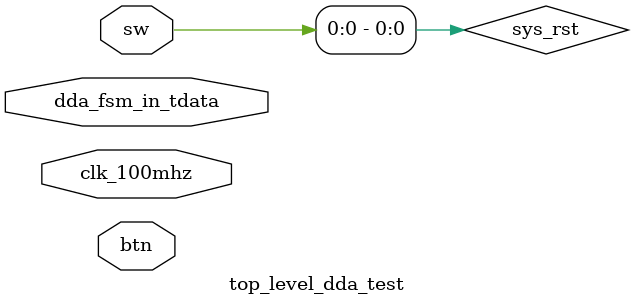
<source format=sv>
`default_nettype none // prevents system from inferring an undeclared logic (good practice)
 
module top_level_dda_test(
    input wire clk_100mhz,                  //crystal reference clock
    input wire [3:0] btn,                   // buttons for move control and rotation
    input wire [15:0] sw,                   // switches
    input wire [138:0] dda_fsm_in_tdata
    );

    // RESET SIGNAL
    logic sys_rst;
    assign sys_rst = sw[0];

    // CLOCK
    logic clk_pixel, clk_5x; //clock lines
    logic locked; //locked signal (we'll leave unused but still hook it up)

    //clock manager...creates 74.25 Hz and 5 times 74.25 MHz for pixel and TMDS
    hdmi_clk_wiz_720p mhdmicw (
        .reset(0),
        .locked(locked),
        .clk_ref(clk_100mhz),
        .clk_pixel(clk_pixel),
        .clk_tmds(clk_5x));

    // Signals for DDA-in FIFO
    logic dda_data_valid_in;
    logic dda_data_ready_out;
    logic [138:0] dda_data_in;

    //DDA-in FIFO
    ddr_fifo_wrap dda_fifo_in ( // read data output from traffic
        // reset and clock signals
        .sender_rst(sys_rst),
        .sender_clk(clk_pixel),
        .receiver_clk(clk_pixel),
        // sender interface (input to FIFO)
        .sender_axis_tvalid(dda_data_valid_in), // Heba input
        .sender_axis_tready(dda_data_ready_out), // FIFO
        .sender_axis_tdata(dda_data_in), // Heba input
        .sender_axis_tlast(),
        .sender_axis_prog_full(),
        // receiver interface (output from FIFO)
        .receiver_axis_tvalid(dda_fsm_in_tvalid), // out - indicates the FIFO has valid data for the receiver to consume
        .receiver_axis_tready(dda_fsm_in_tready), // in - indicates the receiver is ready to consume data
        .receiver_axis_tdata(dda_fsm_in_tdata), //  out - the actual data being received from the FIFO
        .receiver_axis_tlast(), // FIFO
        .receiver_axis_prog_empty());

    //DDA MODULE

    dda #(
        .SCREEN_WIDTH(320),
        .SCREEN_HEIGHT(240), 
        .N(24)
    ) dda_module (
        .pixel_clk_in(clk_pixel),
        .rst_in(sys_rst),
        
        // DDA-in FIFO receiver
        .dda_fsm_in_tvalid(dda_fsm_in_tvalid),
        .dda_fsm_in_tdata(dda_fsm_in_tdata),
        .dda_fsm_in_tready(dda_fsm_in_tready),
        
        // DDA-out FIFO sender
        .dda_fsm_out_tready(dda_fsm_out_tready),
        .dda_fsm_out_tdata(dda_fsm_out_tdata),
        .dda_fsm_out_tvalid(dda_fsm_out_tvalid),
        .dda_fsm_out_tlast(dda_fsm_out_tlast)
    );


    //TODO: INSERT DDA-out FIFO
    // fifo-out signal to transformer
    logic fifo_tvalid_out;
    logic [38:0] fifo_tdata_out;
    logic fifo_tlast_out;
    logic fifo_prog_empty;
    // transformer signal to fifo-out
    logic transformer_tready;

    ddr_fifo_wrap dda_fifo_out ( // read data output from traffic
        .sender_rst(sys_rst),
        .sender_clk(clk_pixel),
        .sender_axis_tvalid(dda_fsm_out_tvalid), // in - data on the sender_axis_tdata signal is valid and can be written into the FIFO
        .sender_axis_tready(dda_fsm_out_tready), // out - FIFO is ready to accept data from the sender
        .sender_axis_tdata(dda_fsm_out_tdata), // in - actual data being written into the FIFO
        .sender_axis_tlast(dda_fsm_out_tlast), // in - last piece of data in a frame or packet being sent to the FIFO
        .sender_axis_prog_full(), //TODO: to here ???
        .receiver_clk(clk_pixel), //TODO: Replace names starting from here
        .receiver_axis_tvalid(fifo_tvalid_out),
        .receiver_axis_tready(transformer_tready),
        .receiver_axis_tdata(fifo_tdata_out),
        .receiver_axis_tlast(fifo_tlast_out),
        .receiver_axis_prog_empty()); // unused


endmodule
`default_nettype wire
</source>
